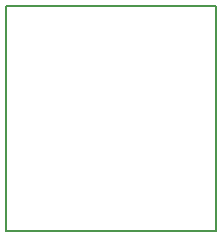
<source format=gbr>
%TF.GenerationSoftware,KiCad,Pcbnew,(5.1.6)-1*%
%TF.CreationDate,2020-09-07T12:05:41+05:30*%
%TF.ProjectId,door,646f6f72-2e6b-4696-9361-645f70636258,rev?*%
%TF.SameCoordinates,Original*%
%TF.FileFunction,Profile,NP*%
%FSLAX46Y46*%
G04 Gerber Fmt 4.6, Leading zero omitted, Abs format (unit mm)*
G04 Created by KiCad (PCBNEW (5.1.6)-1) date 2020-09-07 12:05:41*
%MOMM*%
%LPD*%
G01*
G04 APERTURE LIST*
%TA.AperFunction,Profile*%
%ADD10C,0.150000*%
%TD*%
G04 APERTURE END LIST*
D10*
X143510000Y-109220000D02*
X143510000Y-90170000D01*
X161290000Y-109220000D02*
X143510000Y-109220000D01*
X161290000Y-90170000D02*
X161290000Y-109220000D01*
X143510000Y-90170000D02*
X161290000Y-90170000D01*
M02*

</source>
